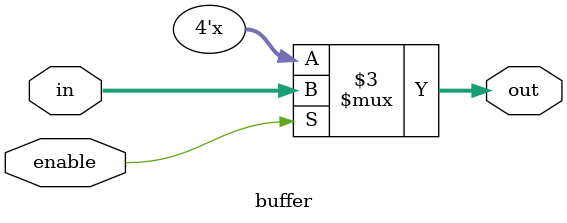
<source format=v>
module buffer(input enable, input [3:0]in, output [3:0]out);   //instanciar modulo

  wire enable;                // instanciar variables a usar
  wire [3:0]in;
  reg [3:0]out;

  always @ (*) 
  begin                       //mientras este habilitado,
    if (enable) 
      begin
        out[3:0] <= in[3:0];   // almacenara algo nuevo que entre al buffer y lo guardara
      end
    else 
      begin
        out[3:0] <= 4'bzzzz;   // de lo contrario lo tendra en alta impedancia
      end
  end

endmodule

</source>
